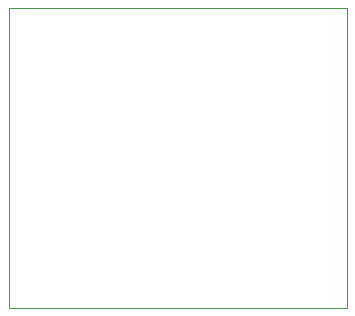
<source format=gbr>
G04 (created by PCBNEW-RS274X (2012-01-19 BZR 3256)-stable) date 2/25/2013 10:17:39 PM*
G01*
G70*
G90*
%MOIN*%
G04 Gerber Fmt 3.4, Leading zero omitted, Abs format*
%FSLAX34Y34*%
G04 APERTURE LIST*
%ADD10C,0.002000*%
%ADD11C,0.003900*%
G04 APERTURE END LIST*
G54D10*
G54D11*
X26500Y-32500D02*
X26500Y-22500D01*
X37750Y-32500D02*
X26500Y-32500D01*
X37750Y-22500D02*
X37750Y-32500D01*
X26500Y-22500D02*
X37750Y-22500D01*
M02*

</source>
